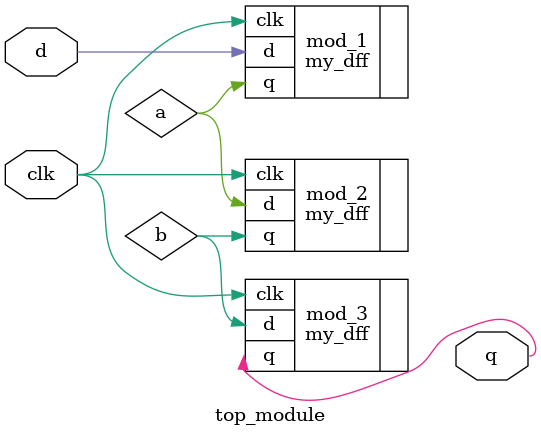
<source format=v>
module top_module (input clk,
                   input d,
                   output q);
    wire a,b,c;
    my_dff mod_1(
    .clk(clk),
    .d(d),
    .q(a)
    );
    my_dff mod_2(
    .clk(clk),
    .d(a),
    .q(b)
    );
    my_dff mod_3(
    .clk(clk),
    .d(b),
    .q(q)
    );
endmodule

</source>
